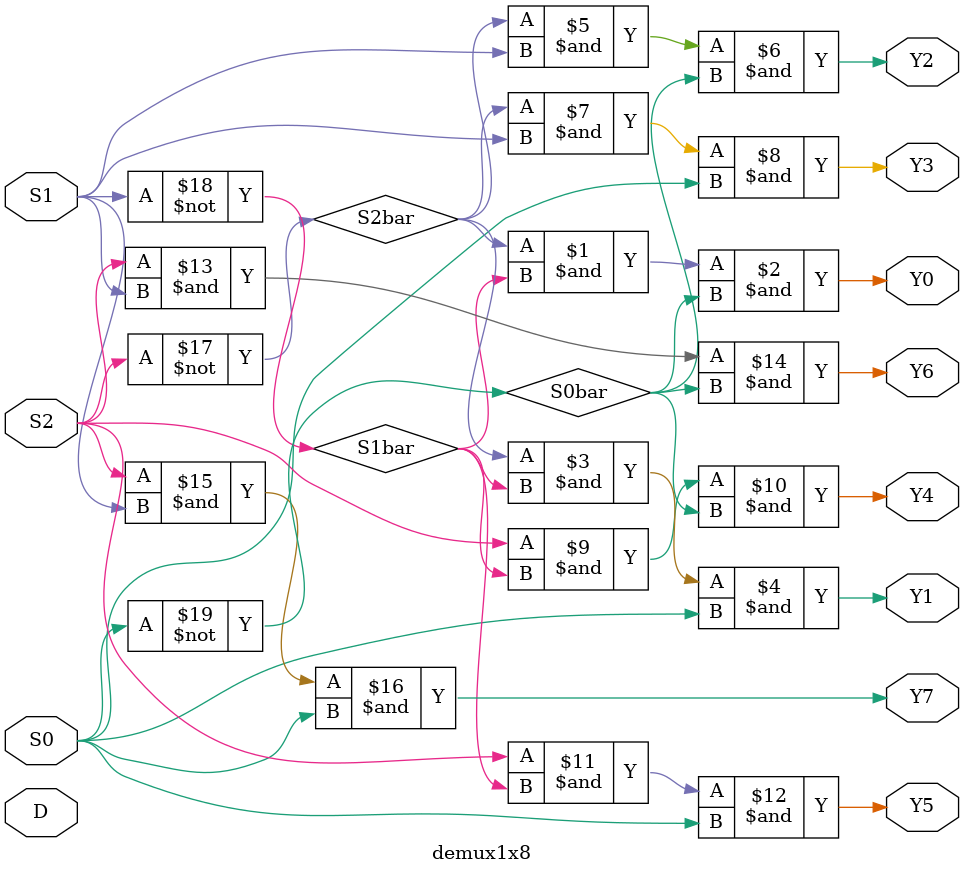
<source format=v>
module demux1x8(Y0,Y1,Y2,Y3,Y4,Y5,Y6,Y7,D,S2,S1,S0);
	output Y0,Y1,Y2,Y3,Y4,Y5,Y6,Y7;
	input D,S2,S1,S0;
	wire S2bar,S1bar,S0bar;
	not(S2bar,S2);
	not(S1bar,S1);
	not(S0bar,S0);
	and(Y0,S2bar,S1bar,S0bar);
	and(Y1,S2bar,S1bar,S0);
	and(Y2,S2bar,S1,S0bar);
	and(Y3,S2bar,S1,S0);
	and(Y4,S2,S1bar,S0bar);
	and(Y5,S2,S1bar,S0);
	and(Y6,S2,S1,S0bar);
	and(Y7,S2,S1,S0);
endmodule

</source>
